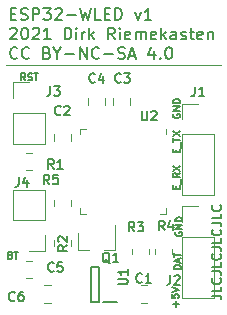
<source format=gbr>
%TF.GenerationSoftware,KiCad,Pcbnew,(5.1.10-1-10_14)*%
%TF.CreationDate,2021-11-01T10:51:15+01:00*%
%TF.ProjectId,esp32-wled-pcb,65737033-322d-4776-9c65-642d7063622e,rev?*%
%TF.SameCoordinates,Original*%
%TF.FileFunction,Legend,Top*%
%TF.FilePolarity,Positive*%
%FSLAX46Y46*%
G04 Gerber Fmt 4.6, Leading zero omitted, Abs format (unit mm)*
G04 Created by KiCad (PCBNEW (5.1.10-1-10_14)) date 2021-11-01 10:51:15*
%MOMM*%
%LPD*%
G01*
G04 APERTURE LIST*
%ADD10C,0.150000*%
%ADD11C,0.120000*%
%ADD12C,0.200000*%
G04 APERTURE END LIST*
D10*
X122261904Y-70045238D02*
X122833333Y-70045238D01*
X122947619Y-70083333D01*
X123023809Y-70159523D01*
X123061904Y-70273809D01*
X123061904Y-70350000D01*
X123061904Y-69283333D02*
X123061904Y-69664285D01*
X122261904Y-69664285D01*
X122985714Y-68559523D02*
X123023809Y-68597619D01*
X123061904Y-68711904D01*
X123061904Y-68788095D01*
X123023809Y-68902380D01*
X122947619Y-68978571D01*
X122871428Y-69016666D01*
X122719047Y-69054761D01*
X122604761Y-69054761D01*
X122452380Y-69016666D01*
X122376190Y-68978571D01*
X122300000Y-68902380D01*
X122261904Y-68788095D01*
X122261904Y-68711904D01*
X122300000Y-68597619D01*
X122338095Y-68559523D01*
X122261904Y-67988095D02*
X122833333Y-67988095D01*
X122947619Y-68026190D01*
X123023809Y-68102380D01*
X123061904Y-68216666D01*
X123061904Y-68292857D01*
X123061904Y-67226190D02*
X123061904Y-67607142D01*
X122261904Y-67607142D01*
X122985714Y-66502380D02*
X123023809Y-66540476D01*
X123061904Y-66654761D01*
X123061904Y-66730952D01*
X123023809Y-66845238D01*
X122947619Y-66921428D01*
X122871428Y-66959523D01*
X122719047Y-66997619D01*
X122604761Y-66997619D01*
X122452380Y-66959523D01*
X122376190Y-66921428D01*
X122300000Y-66845238D01*
X122261904Y-66730952D01*
X122261904Y-66654761D01*
X122300000Y-66540476D01*
X122338095Y-66502380D01*
X122261904Y-65930952D02*
X122833333Y-65930952D01*
X122947619Y-65969047D01*
X123023809Y-66045238D01*
X123061904Y-66159523D01*
X123061904Y-66235714D01*
X123061904Y-65169047D02*
X123061904Y-65550000D01*
X122261904Y-65550000D01*
X122985714Y-64445238D02*
X123023809Y-64483333D01*
X123061904Y-64597619D01*
X123061904Y-64673809D01*
X123023809Y-64788095D01*
X122947619Y-64864285D01*
X122871428Y-64902380D01*
X122719047Y-64940476D01*
X122604761Y-64940476D01*
X122452380Y-64902380D01*
X122376190Y-64864285D01*
X122300000Y-64788095D01*
X122261904Y-64673809D01*
X122261904Y-64597619D01*
X122300000Y-64483333D01*
X122338095Y-64445238D01*
X122261904Y-63873809D02*
X122833333Y-63873809D01*
X122947619Y-63911904D01*
X123023809Y-63988095D01*
X123061904Y-64102380D01*
X123061904Y-64178571D01*
X123061904Y-63111904D02*
X123061904Y-63492857D01*
X122261904Y-63492857D01*
X122985714Y-62388095D02*
X123023809Y-62426190D01*
X123061904Y-62540476D01*
X123061904Y-62616666D01*
X123023809Y-62730952D01*
X122947619Y-62807142D01*
X122871428Y-62845238D01*
X122719047Y-62883333D01*
X122604761Y-62883333D01*
X122452380Y-62845238D01*
X122376190Y-62807142D01*
X122300000Y-62730952D01*
X122261904Y-62616666D01*
X122261904Y-62540476D01*
X122300000Y-62426190D01*
X122338095Y-62388095D01*
X119242857Y-70971428D02*
X119242857Y-70514285D01*
X119471428Y-70742857D02*
X119014285Y-70742857D01*
X118871428Y-69942857D02*
X118871428Y-70228571D01*
X119157142Y-70257142D01*
X119128571Y-70228571D01*
X119100000Y-70171428D01*
X119100000Y-70028571D01*
X119128571Y-69971428D01*
X119157142Y-69942857D01*
X119214285Y-69914285D01*
X119357142Y-69914285D01*
X119414285Y-69942857D01*
X119442857Y-69971428D01*
X119471428Y-70028571D01*
X119471428Y-70171428D01*
X119442857Y-70228571D01*
X119414285Y-70257142D01*
X118871428Y-69742857D02*
X119471428Y-69542857D01*
X118871428Y-69342857D01*
X119621428Y-67792857D02*
X119021428Y-67792857D01*
X119021428Y-67650000D01*
X119050000Y-67564285D01*
X119107142Y-67507142D01*
X119164285Y-67478571D01*
X119278571Y-67450000D01*
X119364285Y-67450000D01*
X119478571Y-67478571D01*
X119535714Y-67507142D01*
X119592857Y-67564285D01*
X119621428Y-67650000D01*
X119621428Y-67792857D01*
X119450000Y-67221428D02*
X119450000Y-66935714D01*
X119621428Y-67278571D02*
X119021428Y-67078571D01*
X119621428Y-66878571D01*
X119021428Y-66764285D02*
X119021428Y-66421428D01*
X119621428Y-66592857D02*
X119021428Y-66592857D01*
X119200000Y-64657142D02*
X119171428Y-64714285D01*
X119171428Y-64800000D01*
X119200000Y-64885714D01*
X119257142Y-64942857D01*
X119314285Y-64971428D01*
X119428571Y-65000000D01*
X119514285Y-65000000D01*
X119628571Y-64971428D01*
X119685714Y-64942857D01*
X119742857Y-64885714D01*
X119771428Y-64800000D01*
X119771428Y-64742857D01*
X119742857Y-64657142D01*
X119714285Y-64628571D01*
X119514285Y-64628571D01*
X119514285Y-64742857D01*
X119771428Y-64371428D02*
X119171428Y-64371428D01*
X119771428Y-64028571D01*
X119171428Y-64028571D01*
X119771428Y-63742857D02*
X119171428Y-63742857D01*
X119171428Y-63600000D01*
X119200000Y-63514285D01*
X119257142Y-63457142D01*
X119314285Y-63428571D01*
X119428571Y-63400000D01*
X119514285Y-63400000D01*
X119628571Y-63428571D01*
X119685714Y-63457142D01*
X119742857Y-63514285D01*
X119771428Y-63600000D01*
X119771428Y-63742857D01*
X119000000Y-54657142D02*
X118971428Y-54714285D01*
X118971428Y-54800000D01*
X119000000Y-54885714D01*
X119057142Y-54942857D01*
X119114285Y-54971428D01*
X119228571Y-55000000D01*
X119314285Y-55000000D01*
X119428571Y-54971428D01*
X119485714Y-54942857D01*
X119542857Y-54885714D01*
X119571428Y-54800000D01*
X119571428Y-54742857D01*
X119542857Y-54657142D01*
X119514285Y-54628571D01*
X119314285Y-54628571D01*
X119314285Y-54742857D01*
X119571428Y-54371428D02*
X118971428Y-54371428D01*
X119571428Y-54028571D01*
X118971428Y-54028571D01*
X119571428Y-53742857D02*
X118971428Y-53742857D01*
X118971428Y-53600000D01*
X119000000Y-53514285D01*
X119057142Y-53457142D01*
X119114285Y-53428571D01*
X119228571Y-53400000D01*
X119314285Y-53400000D01*
X119428571Y-53428571D01*
X119485714Y-53457142D01*
X119542857Y-53514285D01*
X119571428Y-53600000D01*
X119571428Y-53742857D01*
X119257142Y-60992857D02*
X119257142Y-60792857D01*
X119571428Y-60707142D02*
X119571428Y-60992857D01*
X118971428Y-60992857D01*
X118971428Y-60707142D01*
X119628571Y-60592857D02*
X119628571Y-60135714D01*
X119571428Y-59650000D02*
X119285714Y-59850000D01*
X119571428Y-59992857D02*
X118971428Y-59992857D01*
X118971428Y-59764285D01*
X119000000Y-59707142D01*
X119028571Y-59678571D01*
X119085714Y-59650000D01*
X119171428Y-59650000D01*
X119228571Y-59678571D01*
X119257142Y-59707142D01*
X119285714Y-59764285D01*
X119285714Y-59992857D01*
X118971428Y-59450000D02*
X119571428Y-59050000D01*
X118971428Y-59050000D02*
X119571428Y-59450000D01*
X119257142Y-57921428D02*
X119257142Y-57721428D01*
X119571428Y-57635714D02*
X119571428Y-57921428D01*
X118971428Y-57921428D01*
X118971428Y-57635714D01*
X119628571Y-57521428D02*
X119628571Y-57064285D01*
X118971428Y-57007142D02*
X118971428Y-56664285D01*
X119571428Y-56835714D02*
X118971428Y-56835714D01*
X118971428Y-56521428D02*
X119571428Y-56121428D01*
X118971428Y-56121428D02*
X119571428Y-56521428D01*
X105214285Y-66607142D02*
X105300000Y-66635714D01*
X105328571Y-66664285D01*
X105357142Y-66721428D01*
X105357142Y-66807142D01*
X105328571Y-66864285D01*
X105300000Y-66892857D01*
X105242857Y-66921428D01*
X105014285Y-66921428D01*
X105014285Y-66321428D01*
X105214285Y-66321428D01*
X105271428Y-66350000D01*
X105300000Y-66378571D01*
X105328571Y-66435714D01*
X105328571Y-66492857D01*
X105300000Y-66550000D01*
X105271428Y-66578571D01*
X105214285Y-66607142D01*
X105014285Y-66607142D01*
X105528571Y-66321428D02*
X105871428Y-66321428D01*
X105700000Y-66921428D02*
X105700000Y-66321428D01*
X106471428Y-51821428D02*
X106271428Y-51535714D01*
X106128571Y-51821428D02*
X106128571Y-51221428D01*
X106357142Y-51221428D01*
X106414285Y-51250000D01*
X106442857Y-51278571D01*
X106471428Y-51335714D01*
X106471428Y-51421428D01*
X106442857Y-51478571D01*
X106414285Y-51507142D01*
X106357142Y-51535714D01*
X106128571Y-51535714D01*
X106700000Y-51792857D02*
X106785714Y-51821428D01*
X106928571Y-51821428D01*
X106985714Y-51792857D01*
X107014285Y-51764285D01*
X107042857Y-51707142D01*
X107042857Y-51650000D01*
X107014285Y-51592857D01*
X106985714Y-51564285D01*
X106928571Y-51535714D01*
X106814285Y-51507142D01*
X106757142Y-51478571D01*
X106728571Y-51450000D01*
X106700000Y-51392857D01*
X106700000Y-51335714D01*
X106728571Y-51278571D01*
X106757142Y-51250000D01*
X106814285Y-51221428D01*
X106957142Y-51221428D01*
X107042857Y-51250000D01*
X107214285Y-51221428D02*
X107557142Y-51221428D01*
X107385714Y-51821428D02*
X107385714Y-51221428D01*
D11*
X104850000Y-50500000D02*
X123050000Y-50500000D01*
D10*
X105235595Y-46178571D02*
X105568928Y-46178571D01*
X105711785Y-46702380D02*
X105235595Y-46702380D01*
X105235595Y-45702380D01*
X105711785Y-45702380D01*
X106092738Y-46654761D02*
X106235595Y-46702380D01*
X106473690Y-46702380D01*
X106568928Y-46654761D01*
X106616547Y-46607142D01*
X106664166Y-46511904D01*
X106664166Y-46416666D01*
X106616547Y-46321428D01*
X106568928Y-46273809D01*
X106473690Y-46226190D01*
X106283214Y-46178571D01*
X106187976Y-46130952D01*
X106140357Y-46083333D01*
X106092738Y-45988095D01*
X106092738Y-45892857D01*
X106140357Y-45797619D01*
X106187976Y-45750000D01*
X106283214Y-45702380D01*
X106521309Y-45702380D01*
X106664166Y-45750000D01*
X107092738Y-46702380D02*
X107092738Y-45702380D01*
X107473690Y-45702380D01*
X107568928Y-45750000D01*
X107616547Y-45797619D01*
X107664166Y-45892857D01*
X107664166Y-46035714D01*
X107616547Y-46130952D01*
X107568928Y-46178571D01*
X107473690Y-46226190D01*
X107092738Y-46226190D01*
X107997500Y-45702380D02*
X108616547Y-45702380D01*
X108283214Y-46083333D01*
X108426071Y-46083333D01*
X108521309Y-46130952D01*
X108568928Y-46178571D01*
X108616547Y-46273809D01*
X108616547Y-46511904D01*
X108568928Y-46607142D01*
X108521309Y-46654761D01*
X108426071Y-46702380D01*
X108140357Y-46702380D01*
X108045119Y-46654761D01*
X107997500Y-46607142D01*
X108997500Y-45797619D02*
X109045119Y-45750000D01*
X109140357Y-45702380D01*
X109378452Y-45702380D01*
X109473690Y-45750000D01*
X109521309Y-45797619D01*
X109568928Y-45892857D01*
X109568928Y-45988095D01*
X109521309Y-46130952D01*
X108949880Y-46702380D01*
X109568928Y-46702380D01*
X109997500Y-46321428D02*
X110759404Y-46321428D01*
X111140357Y-45702380D02*
X111378452Y-46702380D01*
X111568928Y-45988095D01*
X111759404Y-46702380D01*
X111997500Y-45702380D01*
X112854642Y-46702380D02*
X112378452Y-46702380D01*
X112378452Y-45702380D01*
X113187976Y-46178571D02*
X113521309Y-46178571D01*
X113664166Y-46702380D02*
X113187976Y-46702380D01*
X113187976Y-45702380D01*
X113664166Y-45702380D01*
X114092738Y-46702380D02*
X114092738Y-45702380D01*
X114330833Y-45702380D01*
X114473690Y-45750000D01*
X114568928Y-45845238D01*
X114616547Y-45940476D01*
X114664166Y-46130952D01*
X114664166Y-46273809D01*
X114616547Y-46464285D01*
X114568928Y-46559523D01*
X114473690Y-46654761D01*
X114330833Y-46702380D01*
X114092738Y-46702380D01*
X115759404Y-46035714D02*
X115997500Y-46702380D01*
X116235595Y-46035714D01*
X117140357Y-46702380D02*
X116568928Y-46702380D01*
X116854642Y-46702380D02*
X116854642Y-45702380D01*
X116759404Y-45845238D01*
X116664166Y-45940476D01*
X116568928Y-45988095D01*
X105187976Y-47447619D02*
X105235595Y-47400000D01*
X105330833Y-47352380D01*
X105568928Y-47352380D01*
X105664166Y-47400000D01*
X105711785Y-47447619D01*
X105759404Y-47542857D01*
X105759404Y-47638095D01*
X105711785Y-47780952D01*
X105140357Y-48352380D01*
X105759404Y-48352380D01*
X106378452Y-47352380D02*
X106473690Y-47352380D01*
X106568928Y-47400000D01*
X106616547Y-47447619D01*
X106664166Y-47542857D01*
X106711785Y-47733333D01*
X106711785Y-47971428D01*
X106664166Y-48161904D01*
X106616547Y-48257142D01*
X106568928Y-48304761D01*
X106473690Y-48352380D01*
X106378452Y-48352380D01*
X106283214Y-48304761D01*
X106235595Y-48257142D01*
X106187976Y-48161904D01*
X106140357Y-47971428D01*
X106140357Y-47733333D01*
X106187976Y-47542857D01*
X106235595Y-47447619D01*
X106283214Y-47400000D01*
X106378452Y-47352380D01*
X107092738Y-47447619D02*
X107140357Y-47400000D01*
X107235595Y-47352380D01*
X107473690Y-47352380D01*
X107568928Y-47400000D01*
X107616547Y-47447619D01*
X107664166Y-47542857D01*
X107664166Y-47638095D01*
X107616547Y-47780952D01*
X107045119Y-48352380D01*
X107664166Y-48352380D01*
X108616547Y-48352380D02*
X108045119Y-48352380D01*
X108330833Y-48352380D02*
X108330833Y-47352380D01*
X108235595Y-47495238D01*
X108140357Y-47590476D01*
X108045119Y-47638095D01*
X109807023Y-48352380D02*
X109807023Y-47352380D01*
X110045119Y-47352380D01*
X110187976Y-47400000D01*
X110283214Y-47495238D01*
X110330833Y-47590476D01*
X110378452Y-47780952D01*
X110378452Y-47923809D01*
X110330833Y-48114285D01*
X110283214Y-48209523D01*
X110187976Y-48304761D01*
X110045119Y-48352380D01*
X109807023Y-48352380D01*
X110807023Y-48352380D02*
X110807023Y-47685714D01*
X110807023Y-47352380D02*
X110759404Y-47400000D01*
X110807023Y-47447619D01*
X110854642Y-47400000D01*
X110807023Y-47352380D01*
X110807023Y-47447619D01*
X111283214Y-48352380D02*
X111283214Y-47685714D01*
X111283214Y-47876190D02*
X111330833Y-47780952D01*
X111378452Y-47733333D01*
X111473690Y-47685714D01*
X111568928Y-47685714D01*
X111902261Y-48352380D02*
X111902261Y-47352380D01*
X111997500Y-47971428D02*
X112283214Y-48352380D01*
X112283214Y-47685714D02*
X111902261Y-48066666D01*
X114045119Y-48352380D02*
X113711785Y-47876190D01*
X113473690Y-48352380D02*
X113473690Y-47352380D01*
X113854642Y-47352380D01*
X113949880Y-47400000D01*
X113997500Y-47447619D01*
X114045119Y-47542857D01*
X114045119Y-47685714D01*
X113997500Y-47780952D01*
X113949880Y-47828571D01*
X113854642Y-47876190D01*
X113473690Y-47876190D01*
X114473690Y-48352380D02*
X114473690Y-47685714D01*
X114473690Y-47352380D02*
X114426071Y-47400000D01*
X114473690Y-47447619D01*
X114521309Y-47400000D01*
X114473690Y-47352380D01*
X114473690Y-47447619D01*
X115330833Y-48304761D02*
X115235595Y-48352380D01*
X115045119Y-48352380D01*
X114949880Y-48304761D01*
X114902261Y-48209523D01*
X114902261Y-47828571D01*
X114949880Y-47733333D01*
X115045119Y-47685714D01*
X115235595Y-47685714D01*
X115330833Y-47733333D01*
X115378452Y-47828571D01*
X115378452Y-47923809D01*
X114902261Y-48019047D01*
X115807023Y-48352380D02*
X115807023Y-47685714D01*
X115807023Y-47780952D02*
X115854642Y-47733333D01*
X115949880Y-47685714D01*
X116092738Y-47685714D01*
X116187976Y-47733333D01*
X116235595Y-47828571D01*
X116235595Y-48352380D01*
X116235595Y-47828571D02*
X116283214Y-47733333D01*
X116378452Y-47685714D01*
X116521309Y-47685714D01*
X116616547Y-47733333D01*
X116664166Y-47828571D01*
X116664166Y-48352380D01*
X117521309Y-48304761D02*
X117426071Y-48352380D01*
X117235595Y-48352380D01*
X117140357Y-48304761D01*
X117092738Y-48209523D01*
X117092738Y-47828571D01*
X117140357Y-47733333D01*
X117235595Y-47685714D01*
X117426071Y-47685714D01*
X117521309Y-47733333D01*
X117568928Y-47828571D01*
X117568928Y-47923809D01*
X117092738Y-48019047D01*
X117997500Y-48352380D02*
X117997500Y-47352380D01*
X118092738Y-47971428D02*
X118378452Y-48352380D01*
X118378452Y-47685714D02*
X117997500Y-48066666D01*
X119235595Y-48352380D02*
X119235595Y-47828571D01*
X119187976Y-47733333D01*
X119092738Y-47685714D01*
X118902261Y-47685714D01*
X118807023Y-47733333D01*
X119235595Y-48304761D02*
X119140357Y-48352380D01*
X118902261Y-48352380D01*
X118807023Y-48304761D01*
X118759404Y-48209523D01*
X118759404Y-48114285D01*
X118807023Y-48019047D01*
X118902261Y-47971428D01*
X119140357Y-47971428D01*
X119235595Y-47923809D01*
X119664166Y-48304761D02*
X119759404Y-48352380D01*
X119949880Y-48352380D01*
X120045119Y-48304761D01*
X120092738Y-48209523D01*
X120092738Y-48161904D01*
X120045119Y-48066666D01*
X119949880Y-48019047D01*
X119807023Y-48019047D01*
X119711785Y-47971428D01*
X119664166Y-47876190D01*
X119664166Y-47828571D01*
X119711785Y-47733333D01*
X119807023Y-47685714D01*
X119949880Y-47685714D01*
X120045119Y-47733333D01*
X120378452Y-47685714D02*
X120759404Y-47685714D01*
X120521309Y-47352380D02*
X120521309Y-48209523D01*
X120568928Y-48304761D01*
X120664166Y-48352380D01*
X120759404Y-48352380D01*
X121473690Y-48304761D02*
X121378452Y-48352380D01*
X121187976Y-48352380D01*
X121092738Y-48304761D01*
X121045119Y-48209523D01*
X121045119Y-47828571D01*
X121092738Y-47733333D01*
X121187976Y-47685714D01*
X121378452Y-47685714D01*
X121473690Y-47733333D01*
X121521309Y-47828571D01*
X121521309Y-47923809D01*
X121045119Y-48019047D01*
X121949880Y-47685714D02*
X121949880Y-48352380D01*
X121949880Y-47780952D02*
X121997500Y-47733333D01*
X122092738Y-47685714D01*
X122235595Y-47685714D01*
X122330833Y-47733333D01*
X122378452Y-47828571D01*
X122378452Y-48352380D01*
X105807023Y-49907142D02*
X105759404Y-49954761D01*
X105616547Y-50002380D01*
X105521309Y-50002380D01*
X105378452Y-49954761D01*
X105283214Y-49859523D01*
X105235595Y-49764285D01*
X105187976Y-49573809D01*
X105187976Y-49430952D01*
X105235595Y-49240476D01*
X105283214Y-49145238D01*
X105378452Y-49050000D01*
X105521309Y-49002380D01*
X105616547Y-49002380D01*
X105759404Y-49050000D01*
X105807023Y-49097619D01*
X106807023Y-49907142D02*
X106759404Y-49954761D01*
X106616547Y-50002380D01*
X106521309Y-50002380D01*
X106378452Y-49954761D01*
X106283214Y-49859523D01*
X106235595Y-49764285D01*
X106187976Y-49573809D01*
X106187976Y-49430952D01*
X106235595Y-49240476D01*
X106283214Y-49145238D01*
X106378452Y-49050000D01*
X106521309Y-49002380D01*
X106616547Y-49002380D01*
X106759404Y-49050000D01*
X106807023Y-49097619D01*
X108330833Y-49478571D02*
X108473690Y-49526190D01*
X108521309Y-49573809D01*
X108568928Y-49669047D01*
X108568928Y-49811904D01*
X108521309Y-49907142D01*
X108473690Y-49954761D01*
X108378452Y-50002380D01*
X107997500Y-50002380D01*
X107997500Y-49002380D01*
X108330833Y-49002380D01*
X108426071Y-49050000D01*
X108473690Y-49097619D01*
X108521309Y-49192857D01*
X108521309Y-49288095D01*
X108473690Y-49383333D01*
X108426071Y-49430952D01*
X108330833Y-49478571D01*
X107997500Y-49478571D01*
X109187976Y-49526190D02*
X109187976Y-50002380D01*
X108854642Y-49002380D02*
X109187976Y-49526190D01*
X109521309Y-49002380D01*
X109854642Y-49621428D02*
X110616547Y-49621428D01*
X111092738Y-50002380D02*
X111092738Y-49002380D01*
X111664166Y-50002380D01*
X111664166Y-49002380D01*
X112711785Y-49907142D02*
X112664166Y-49954761D01*
X112521309Y-50002380D01*
X112426071Y-50002380D01*
X112283214Y-49954761D01*
X112187976Y-49859523D01*
X112140357Y-49764285D01*
X112092738Y-49573809D01*
X112092738Y-49430952D01*
X112140357Y-49240476D01*
X112187976Y-49145238D01*
X112283214Y-49050000D01*
X112426071Y-49002380D01*
X112521309Y-49002380D01*
X112664166Y-49050000D01*
X112711785Y-49097619D01*
X113140357Y-49621428D02*
X113902261Y-49621428D01*
X114330833Y-49954761D02*
X114473690Y-50002380D01*
X114711785Y-50002380D01*
X114807023Y-49954761D01*
X114854642Y-49907142D01*
X114902261Y-49811904D01*
X114902261Y-49716666D01*
X114854642Y-49621428D01*
X114807023Y-49573809D01*
X114711785Y-49526190D01*
X114521309Y-49478571D01*
X114426071Y-49430952D01*
X114378452Y-49383333D01*
X114330833Y-49288095D01*
X114330833Y-49192857D01*
X114378452Y-49097619D01*
X114426071Y-49050000D01*
X114521309Y-49002380D01*
X114759404Y-49002380D01*
X114902261Y-49050000D01*
X115283214Y-49716666D02*
X115759404Y-49716666D01*
X115187976Y-50002380D02*
X115521309Y-49002380D01*
X115854642Y-50002380D01*
X117378452Y-49335714D02*
X117378452Y-50002380D01*
X117140357Y-48954761D02*
X116902261Y-49669047D01*
X117521309Y-49669047D01*
X117902261Y-49907142D02*
X117949880Y-49954761D01*
X117902261Y-50002380D01*
X117854642Y-49954761D01*
X117902261Y-49907142D01*
X117902261Y-50002380D01*
X118568928Y-49002380D02*
X118664166Y-49002380D01*
X118759404Y-49050000D01*
X118807023Y-49097619D01*
X118854642Y-49192857D01*
X118902261Y-49383333D01*
X118902261Y-49621428D01*
X118854642Y-49811904D01*
X118807023Y-49907142D01*
X118759404Y-49954761D01*
X118664166Y-50002380D01*
X118568928Y-50002380D01*
X118473690Y-49954761D01*
X118426071Y-49907142D01*
X118378452Y-49811904D01*
X118330833Y-49621428D01*
X118330833Y-49383333D01*
X118378452Y-49192857D01*
X118426071Y-49097619D01*
X118473690Y-49050000D01*
X118568928Y-49002380D01*
D11*
%TO.C,R1*%
X107027064Y-57965000D02*
X106572936Y-57965000D01*
X107027064Y-59435000D02*
X106572936Y-59435000D01*
%TO.C,R5*%
X108865000Y-61960436D02*
X108865000Y-62414564D01*
X110335000Y-61960436D02*
X110335000Y-62414564D01*
%TO.C,J4*%
X108130000Y-61070000D02*
X105470000Y-61070000D01*
X108130000Y-63670000D02*
X108130000Y-61070000D01*
X105470000Y-63670000D02*
X105470000Y-61070000D01*
X108130000Y-63670000D02*
X105470000Y-63670000D01*
X108130000Y-64940000D02*
X108130000Y-66270000D01*
X108130000Y-66270000D02*
X106800000Y-66270000D01*
%TO.C,J3*%
X105470000Y-57170000D02*
X108130000Y-57170000D01*
X105470000Y-54570000D02*
X105470000Y-57170000D01*
X108130000Y-54570000D02*
X108130000Y-57170000D01*
X105470000Y-54570000D02*
X108130000Y-54570000D01*
X105470000Y-53300000D02*
X105470000Y-51970000D01*
X105470000Y-51970000D02*
X106800000Y-51970000D01*
%TO.C,J2*%
X119770000Y-70210000D02*
X122430000Y-70210000D01*
X119770000Y-65070000D02*
X119770000Y-70210000D01*
X122430000Y-65070000D02*
X122430000Y-70210000D01*
X119770000Y-65070000D02*
X122430000Y-65070000D01*
X119770000Y-63800000D02*
X119770000Y-62470000D01*
X119770000Y-62470000D02*
X121100000Y-62470000D01*
%TO.C,J1*%
X119770000Y-61530000D02*
X122430000Y-61530000D01*
X119770000Y-56390000D02*
X119770000Y-61530000D01*
X122430000Y-56390000D02*
X122430000Y-61530000D01*
X119770000Y-56390000D02*
X122430000Y-56390000D01*
X119770000Y-55120000D02*
X119770000Y-53790000D01*
X119770000Y-53790000D02*
X121100000Y-53790000D01*
%TO.C,R4*%
X117465000Y-66527064D02*
X117465000Y-66072936D01*
X118935000Y-66527064D02*
X118935000Y-66072936D01*
%TO.C,U2*%
X118360000Y-56395000D02*
X118360000Y-55920000D01*
X111140000Y-63140000D02*
X111615000Y-63140000D01*
X111140000Y-62665000D02*
X111140000Y-63140000D01*
X111140000Y-55920000D02*
X111615000Y-55920000D01*
X111140000Y-56395000D02*
X111140000Y-55920000D01*
X118360000Y-63140000D02*
X117885000Y-63140000D01*
X118360000Y-62665000D02*
X118360000Y-63140000D01*
%TO.C,R3*%
X116935000Y-66527064D02*
X116935000Y-66072936D01*
X115465000Y-66527064D02*
X115465000Y-66072936D01*
%TO.C,C3*%
X115335000Y-53861252D02*
X115335000Y-53338748D01*
X113865000Y-53861252D02*
X113865000Y-53338748D01*
D12*
%TO.C,U1*%
X114250000Y-70600000D02*
X113050000Y-70600000D01*
X112700000Y-67632000D02*
X112700000Y-70568000D01*
X112000000Y-67632000D02*
X112700000Y-67632000D01*
X112000000Y-70568000D02*
X112000000Y-67632000D01*
X112700000Y-70568000D02*
X112000000Y-70568000D01*
D11*
%TO.C,C5*%
X107061252Y-68585000D02*
X106538748Y-68585000D01*
X107061252Y-67115000D02*
X106538748Y-67115000D01*
%TO.C,R2*%
X110335000Y-65814564D02*
X110335000Y-65360436D01*
X108865000Y-65814564D02*
X108865000Y-65360436D01*
%TO.C,Q1*%
X110920000Y-66210000D02*
X110920000Y-64750000D01*
X114080000Y-66210000D02*
X114080000Y-64050000D01*
X114080000Y-66210000D02*
X113150000Y-66210000D01*
X110920000Y-66210000D02*
X111850000Y-66210000D01*
%TO.C,C6*%
X108611252Y-69165000D02*
X108088748Y-69165000D01*
X108611252Y-70635000D02*
X108088748Y-70635000D01*
%TO.C,C1*%
X116238748Y-70635000D02*
X116761252Y-70635000D01*
X116238748Y-69165000D02*
X116761252Y-69165000D01*
%TO.C,C4*%
X113235000Y-53861252D02*
X113235000Y-53338748D01*
X111765000Y-53861252D02*
X111765000Y-53338748D01*
%TO.C,C2*%
X108865000Y-56388748D02*
X108865000Y-56911252D01*
X110335000Y-56388748D02*
X110335000Y-56911252D01*
%TO.C,R1*%
D10*
X108866666Y-59311904D02*
X108600000Y-58930952D01*
X108409523Y-59311904D02*
X108409523Y-58511904D01*
X108714285Y-58511904D01*
X108790476Y-58550000D01*
X108828571Y-58588095D01*
X108866666Y-58664285D01*
X108866666Y-58778571D01*
X108828571Y-58854761D01*
X108790476Y-58892857D01*
X108714285Y-58930952D01*
X108409523Y-58930952D01*
X109628571Y-59311904D02*
X109171428Y-59311904D01*
X109400000Y-59311904D02*
X109400000Y-58511904D01*
X109323809Y-58626190D01*
X109247619Y-58702380D01*
X109171428Y-58740476D01*
%TO.C,R5*%
X108516666Y-60611904D02*
X108250000Y-60230952D01*
X108059523Y-60611904D02*
X108059523Y-59811904D01*
X108364285Y-59811904D01*
X108440476Y-59850000D01*
X108478571Y-59888095D01*
X108516666Y-59964285D01*
X108516666Y-60078571D01*
X108478571Y-60154761D01*
X108440476Y-60192857D01*
X108364285Y-60230952D01*
X108059523Y-60230952D01*
X109240476Y-59811904D02*
X108859523Y-59811904D01*
X108821428Y-60192857D01*
X108859523Y-60154761D01*
X108935714Y-60116666D01*
X109126190Y-60116666D01*
X109202380Y-60154761D01*
X109240476Y-60192857D01*
X109278571Y-60269047D01*
X109278571Y-60459523D01*
X109240476Y-60535714D01*
X109202380Y-60573809D01*
X109126190Y-60611904D01*
X108935714Y-60611904D01*
X108859523Y-60573809D01*
X108821428Y-60535714D01*
%TO.C,J4*%
X105933333Y-60011904D02*
X105933333Y-60583333D01*
X105895238Y-60697619D01*
X105819047Y-60773809D01*
X105704761Y-60811904D01*
X105628571Y-60811904D01*
X106657142Y-60278571D02*
X106657142Y-60811904D01*
X106466666Y-59973809D02*
X106276190Y-60545238D01*
X106771428Y-60545238D01*
%TO.C,J3*%
X108583333Y-52311904D02*
X108583333Y-52883333D01*
X108545238Y-52997619D01*
X108469047Y-53073809D01*
X108354761Y-53111904D01*
X108278571Y-53111904D01*
X108888095Y-52311904D02*
X109383333Y-52311904D01*
X109116666Y-52616666D01*
X109230952Y-52616666D01*
X109307142Y-52654761D01*
X109345238Y-52692857D01*
X109383333Y-52769047D01*
X109383333Y-52959523D01*
X109345238Y-53035714D01*
X109307142Y-53073809D01*
X109230952Y-53111904D01*
X109002380Y-53111904D01*
X108926190Y-53073809D01*
X108888095Y-53035714D01*
%TO.C,J2*%
X118733333Y-68311904D02*
X118733333Y-68883333D01*
X118695238Y-68997619D01*
X118619047Y-69073809D01*
X118504761Y-69111904D01*
X118428571Y-69111904D01*
X119076190Y-68388095D02*
X119114285Y-68350000D01*
X119190476Y-68311904D01*
X119380952Y-68311904D01*
X119457142Y-68350000D01*
X119495238Y-68388095D01*
X119533333Y-68464285D01*
X119533333Y-68540476D01*
X119495238Y-68654761D01*
X119038095Y-69111904D01*
X119533333Y-69111904D01*
%TO.C,J1*%
X120833333Y-52351904D02*
X120833333Y-52923333D01*
X120795238Y-53037619D01*
X120719047Y-53113809D01*
X120604761Y-53151904D01*
X120528571Y-53151904D01*
X121633333Y-53151904D02*
X121176190Y-53151904D01*
X121404761Y-53151904D02*
X121404761Y-52351904D01*
X121328571Y-52466190D01*
X121252380Y-52542380D01*
X121176190Y-52580476D01*
%TO.C,R4*%
X118266666Y-64511904D02*
X118000000Y-64130952D01*
X117809523Y-64511904D02*
X117809523Y-63711904D01*
X118114285Y-63711904D01*
X118190476Y-63750000D01*
X118228571Y-63788095D01*
X118266666Y-63864285D01*
X118266666Y-63978571D01*
X118228571Y-64054761D01*
X118190476Y-64092857D01*
X118114285Y-64130952D01*
X117809523Y-64130952D01*
X118952380Y-63978571D02*
X118952380Y-64511904D01*
X118761904Y-63673809D02*
X118571428Y-64245238D01*
X119066666Y-64245238D01*
%TO.C,U2*%
X116340476Y-54411904D02*
X116340476Y-55059523D01*
X116378571Y-55135714D01*
X116416666Y-55173809D01*
X116492857Y-55211904D01*
X116645238Y-55211904D01*
X116721428Y-55173809D01*
X116759523Y-55135714D01*
X116797619Y-55059523D01*
X116797619Y-54411904D01*
X117140476Y-54488095D02*
X117178571Y-54450000D01*
X117254761Y-54411904D01*
X117445238Y-54411904D01*
X117521428Y-54450000D01*
X117559523Y-54488095D01*
X117597619Y-54564285D01*
X117597619Y-54640476D01*
X117559523Y-54754761D01*
X117102380Y-55211904D01*
X117597619Y-55211904D01*
%TO.C,R3*%
X115716666Y-64611904D02*
X115450000Y-64230952D01*
X115259523Y-64611904D02*
X115259523Y-63811904D01*
X115564285Y-63811904D01*
X115640476Y-63850000D01*
X115678571Y-63888095D01*
X115716666Y-63964285D01*
X115716666Y-64078571D01*
X115678571Y-64154761D01*
X115640476Y-64192857D01*
X115564285Y-64230952D01*
X115259523Y-64230952D01*
X115983333Y-63811904D02*
X116478571Y-63811904D01*
X116211904Y-64116666D01*
X116326190Y-64116666D01*
X116402380Y-64154761D01*
X116440476Y-64192857D01*
X116478571Y-64269047D01*
X116478571Y-64459523D01*
X116440476Y-64535714D01*
X116402380Y-64573809D01*
X116326190Y-64611904D01*
X116097619Y-64611904D01*
X116021428Y-64573809D01*
X115983333Y-64535714D01*
%TO.C,C3*%
X114566666Y-51935714D02*
X114528571Y-51973809D01*
X114414285Y-52011904D01*
X114338095Y-52011904D01*
X114223809Y-51973809D01*
X114147619Y-51897619D01*
X114109523Y-51821428D01*
X114071428Y-51669047D01*
X114071428Y-51554761D01*
X114109523Y-51402380D01*
X114147619Y-51326190D01*
X114223809Y-51250000D01*
X114338095Y-51211904D01*
X114414285Y-51211904D01*
X114528571Y-51250000D01*
X114566666Y-51288095D01*
X114833333Y-51211904D02*
X115328571Y-51211904D01*
X115061904Y-51516666D01*
X115176190Y-51516666D01*
X115252380Y-51554761D01*
X115290476Y-51592857D01*
X115328571Y-51669047D01*
X115328571Y-51859523D01*
X115290476Y-51935714D01*
X115252380Y-51973809D01*
X115176190Y-52011904D01*
X114947619Y-52011904D01*
X114871428Y-51973809D01*
X114833333Y-51935714D01*
%TO.C,U1*%
X114361904Y-69059523D02*
X115009523Y-69059523D01*
X115085714Y-69021428D01*
X115123809Y-68983333D01*
X115161904Y-68907142D01*
X115161904Y-68754761D01*
X115123809Y-68678571D01*
X115085714Y-68640476D01*
X115009523Y-68602380D01*
X114361904Y-68602380D01*
X115161904Y-67802380D02*
X115161904Y-68259523D01*
X115161904Y-68030952D02*
X114361904Y-68030952D01*
X114476190Y-68107142D01*
X114552380Y-68183333D01*
X114590476Y-68259523D01*
%TO.C,C5*%
X108866666Y-67935714D02*
X108828571Y-67973809D01*
X108714285Y-68011904D01*
X108638095Y-68011904D01*
X108523809Y-67973809D01*
X108447619Y-67897619D01*
X108409523Y-67821428D01*
X108371428Y-67669047D01*
X108371428Y-67554761D01*
X108409523Y-67402380D01*
X108447619Y-67326190D01*
X108523809Y-67250000D01*
X108638095Y-67211904D01*
X108714285Y-67211904D01*
X108828571Y-67250000D01*
X108866666Y-67288095D01*
X109590476Y-67211904D02*
X109209523Y-67211904D01*
X109171428Y-67592857D01*
X109209523Y-67554761D01*
X109285714Y-67516666D01*
X109476190Y-67516666D01*
X109552380Y-67554761D01*
X109590476Y-67592857D01*
X109628571Y-67669047D01*
X109628571Y-67859523D01*
X109590476Y-67935714D01*
X109552380Y-67973809D01*
X109476190Y-68011904D01*
X109285714Y-68011904D01*
X109209523Y-67973809D01*
X109171428Y-67935714D01*
%TO.C,R2*%
X110011904Y-65770833D02*
X109630952Y-66037500D01*
X110011904Y-66227976D02*
X109211904Y-66227976D01*
X109211904Y-65923214D01*
X109250000Y-65847023D01*
X109288095Y-65808928D01*
X109364285Y-65770833D01*
X109478571Y-65770833D01*
X109554761Y-65808928D01*
X109592857Y-65847023D01*
X109630952Y-65923214D01*
X109630952Y-66227976D01*
X109288095Y-65466071D02*
X109250000Y-65427976D01*
X109211904Y-65351785D01*
X109211904Y-65161309D01*
X109250000Y-65085119D01*
X109288095Y-65047023D01*
X109364285Y-65008928D01*
X109440476Y-65008928D01*
X109554761Y-65047023D01*
X110011904Y-65504166D01*
X110011904Y-65008928D01*
%TO.C,Q1*%
X113623809Y-67288095D02*
X113547619Y-67250000D01*
X113471428Y-67173809D01*
X113357142Y-67059523D01*
X113280952Y-67021428D01*
X113204761Y-67021428D01*
X113242857Y-67211904D02*
X113166666Y-67173809D01*
X113090476Y-67097619D01*
X113052380Y-66945238D01*
X113052380Y-66678571D01*
X113090476Y-66526190D01*
X113166666Y-66450000D01*
X113242857Y-66411904D01*
X113395238Y-66411904D01*
X113471428Y-66450000D01*
X113547619Y-66526190D01*
X113585714Y-66678571D01*
X113585714Y-66945238D01*
X113547619Y-67097619D01*
X113471428Y-67173809D01*
X113395238Y-67211904D01*
X113242857Y-67211904D01*
X114347619Y-67211904D02*
X113890476Y-67211904D01*
X114119047Y-67211904D02*
X114119047Y-66411904D01*
X114042857Y-66526190D01*
X113966666Y-66602380D01*
X113890476Y-66640476D01*
%TO.C,C6*%
X105566666Y-70435714D02*
X105528571Y-70473809D01*
X105414285Y-70511904D01*
X105338095Y-70511904D01*
X105223809Y-70473809D01*
X105147619Y-70397619D01*
X105109523Y-70321428D01*
X105071428Y-70169047D01*
X105071428Y-70054761D01*
X105109523Y-69902380D01*
X105147619Y-69826190D01*
X105223809Y-69750000D01*
X105338095Y-69711904D01*
X105414285Y-69711904D01*
X105528571Y-69750000D01*
X105566666Y-69788095D01*
X106252380Y-69711904D02*
X106100000Y-69711904D01*
X106023809Y-69750000D01*
X105985714Y-69788095D01*
X105909523Y-69902380D01*
X105871428Y-70054761D01*
X105871428Y-70359523D01*
X105909523Y-70435714D01*
X105947619Y-70473809D01*
X106023809Y-70511904D01*
X106176190Y-70511904D01*
X106252380Y-70473809D01*
X106290476Y-70435714D01*
X106328571Y-70359523D01*
X106328571Y-70169047D01*
X106290476Y-70092857D01*
X106252380Y-70054761D01*
X106176190Y-70016666D01*
X106023809Y-70016666D01*
X105947619Y-70054761D01*
X105909523Y-70092857D01*
X105871428Y-70169047D01*
%TO.C,C1*%
X116366666Y-68885714D02*
X116328571Y-68923809D01*
X116214285Y-68961904D01*
X116138095Y-68961904D01*
X116023809Y-68923809D01*
X115947619Y-68847619D01*
X115909523Y-68771428D01*
X115871428Y-68619047D01*
X115871428Y-68504761D01*
X115909523Y-68352380D01*
X115947619Y-68276190D01*
X116023809Y-68200000D01*
X116138095Y-68161904D01*
X116214285Y-68161904D01*
X116328571Y-68200000D01*
X116366666Y-68238095D01*
X117128571Y-68961904D02*
X116671428Y-68961904D01*
X116900000Y-68961904D02*
X116900000Y-68161904D01*
X116823809Y-68276190D01*
X116747619Y-68352380D01*
X116671428Y-68390476D01*
%TO.C,C4*%
X112366666Y-51935714D02*
X112328571Y-51973809D01*
X112214285Y-52011904D01*
X112138095Y-52011904D01*
X112023809Y-51973809D01*
X111947619Y-51897619D01*
X111909523Y-51821428D01*
X111871428Y-51669047D01*
X111871428Y-51554761D01*
X111909523Y-51402380D01*
X111947619Y-51326190D01*
X112023809Y-51250000D01*
X112138095Y-51211904D01*
X112214285Y-51211904D01*
X112328571Y-51250000D01*
X112366666Y-51288095D01*
X113052380Y-51478571D02*
X113052380Y-52011904D01*
X112861904Y-51173809D02*
X112671428Y-51745238D01*
X113166666Y-51745238D01*
%TO.C,C2*%
X109466666Y-54685714D02*
X109428571Y-54723809D01*
X109314285Y-54761904D01*
X109238095Y-54761904D01*
X109123809Y-54723809D01*
X109047619Y-54647619D01*
X109009523Y-54571428D01*
X108971428Y-54419047D01*
X108971428Y-54304761D01*
X109009523Y-54152380D01*
X109047619Y-54076190D01*
X109123809Y-54000000D01*
X109238095Y-53961904D01*
X109314285Y-53961904D01*
X109428571Y-54000000D01*
X109466666Y-54038095D01*
X109771428Y-54038095D02*
X109809523Y-54000000D01*
X109885714Y-53961904D01*
X110076190Y-53961904D01*
X110152380Y-54000000D01*
X110190476Y-54038095D01*
X110228571Y-54114285D01*
X110228571Y-54190476D01*
X110190476Y-54304761D01*
X109733333Y-54761904D01*
X110228571Y-54761904D01*
%TD*%
M02*

</source>
